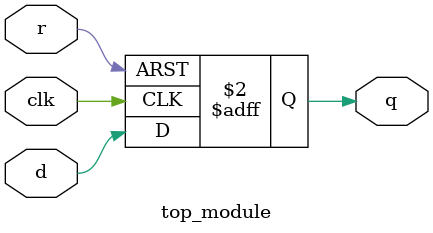
<source format=sv>
module top_module (
  input clk,
  input d,
  input r,
  output logic q
);

  always_ff @(posedge clk or posedge r) begin
    if (r) begin
      q <= 0;
    end else begin
      q <= d;
    end
  end

endmodule

</source>
